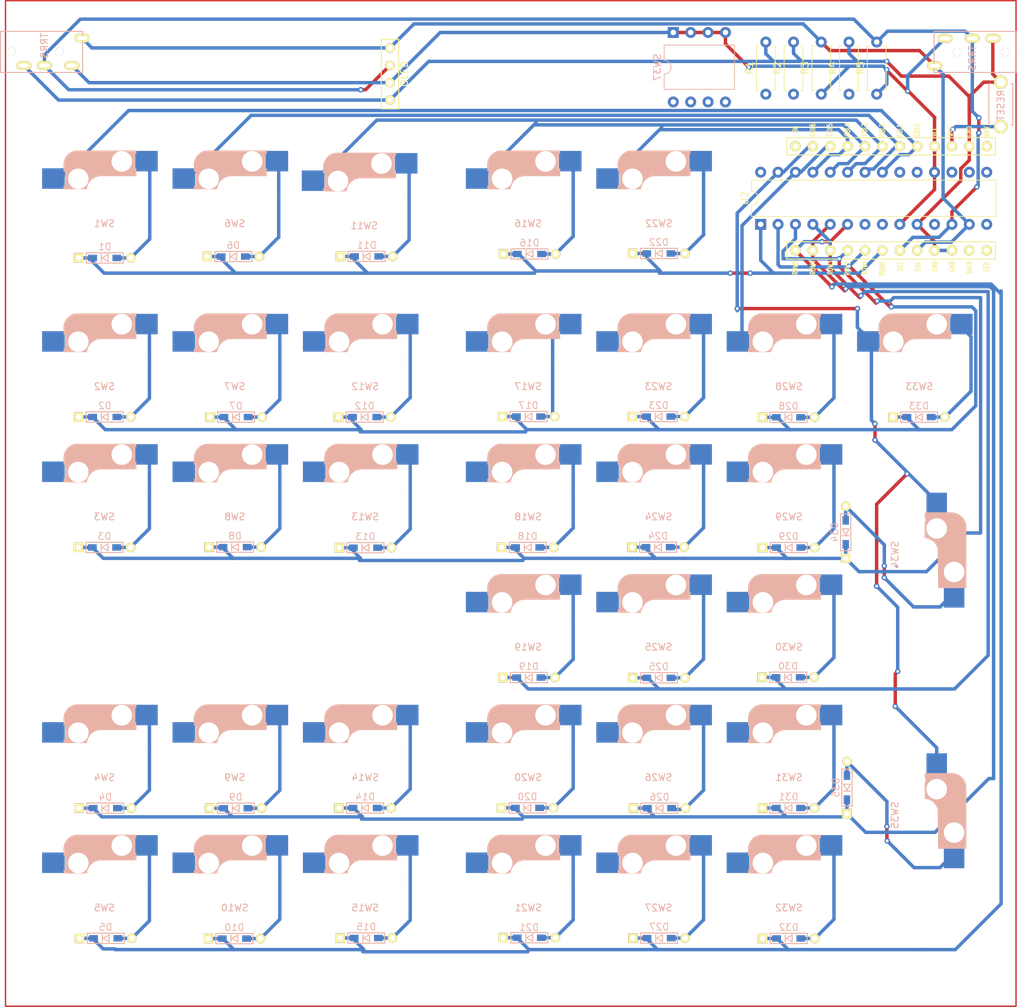
<source format=kicad_pcb>
(kicad_pcb (version 20221018) (generator pcbnew)
  (layers (0 "F.Cu" signal) (31 "B.Cu" signal) (34 "B.Paste" user) (35 "F.Paste" user) (36 "B.SilkS" user "B.Silkscreen") (37 "F.SilkS" user "F.Silkscreen") (38 "B.Mask" user) (39 "F.Mask" user) (44 "Edge.Cuts" user))
  (net 0 "")
  (net 1 "Net-(D1-A)")
  (net 2 "Row0")
  (net 3 "Net-(D2-A)")
  (net 4 "Row1")
  (net 5 "Net-(D3-A)")
  (net 6 "Row2")
  (net 7 "Net-(D4-A)")
  (net 8 "Row4")
  (net 9 "Net-(D5-A)")
  (net 10 "Row5")
  (net 11 "Net-(D6-A)")
  (net 12 "Net-(D7-A)")
  (net 13 "Net-(D8-A)")
  (net 14 "Net-(D9-A)")
  (net 15 "Net-(D10-A)")
  (net 16 "Net-(D11-A)")
  (net 17 "Net-(D12-A)")
  (net 18 "Net-(D13-A)")
  (net 19 "Net-(D14-A)")
  (net 20 "Net-(D15-A)")
  (net 21 "Net-(D16-A)")
  (net 22 "Net-(D17-A)")
  (net 23 "Net-(D18-A)")
  (net 24 "Net-(D19-A)")
  (net 25 "Row3")
  (net 26 "Net-(D20-A)")
  (net 27 "Net-(D21-A)")
  (net 28 "Net-(D22-A)")
  (net 29 "Net-(D23-A)")
  (net 30 "Net-(D24-A)")
  (net 31 "Net-(D25-A)")
  (net 32 "Net-(D26-A)")
  (net 33 "Net-(D27-A)")
  (net 34 "Net-(D28-A)")
  (net 35 "Net-(D29-A)")
  (net 36 "Net-(D30-A)")
  (net 37 "Net-(D31-A)")
  (net 38 "Net-(D32-A)")
  (net 39 "Net-(D33-A)")
  (net 40 "Net-(D34-A)")
  (net 41 "Net-(D35-A)")
  (net 48 "VCC")
  (net 49 "SDA")
  (net 50 "GND")
  (net 51 "SCL")
  (net 52 "LED")
  (net 53 "Net-(U2-A2)")
  (net 54 "Net-(U2-A1)")
  (net 55 "Net-(U2-A0)")
  (net 56 "Col0")
  (net 57 "Col1")
  (net 58 "Col2")
  (net 59 "Col3")
  (net 60 "Col4")
  (net 61 "Col5")
  (net 62 "Col6")
  (net 63 "Reset")
  (footprint "kbd_SW:CherryMX_Hotswap_1u" (layer "F.Cu") (at 45.24375 138.1125)
    (fp_text reference "SW4")
    (fp_text value "SW_PUSH" hide)
  )
  (footprint "kbd_Parts:Diode_TH_SMD" (layer "F.Cu") (at 64.43875 146.6125)
    (fp_text reference "D9")
    (fp_text value "D" hide)
  )
  (footprint "kbd_SW:CherryMX_Hotswap_1u" (layer "F.Cu") (at 83.185 57.4675)
    (fp_text reference "SW11")
    (fp_text value "SW_PUSH" hide)
  )
  (footprint "kbd_Parts:Diode_TH_SMD" (layer "F.Cu") (at 126.34875 146.6025)
    (fp_text reference "D26")
    (fp_text value "D" hide)
  )
  (footprint "kbd_SW:CherryMX_Hotswap_1u" (layer "F.Cu") (at 107.15625 80.9625)
    (fp_text reference "SW17")
    (fp_text value "SW_PUSH" hide)
  )
  (footprint "kbd_SW:CherryMX_Hotswap_1u" (layer "F.Cu") (at 64.29375 80.9625)
    (fp_text reference "SW7")
    (fp_text value "SW_PUSH" hide)
  )
  (footprint "kbd_Parts:Diode_TH_SMD" (layer "F.Cu") (at 145.18875 146.5825)
    (fp_text reference "D31")
    (fp_text value "D" hide)
  )
  (footprint "kbd_Parts:Diode_TH_SMD" (layer "F.Cu") (at 64.47875 89.4425)
    (fp_text reference "D7")
    (fp_text value "D" hide)
  )
  (footprint "Resistor_THT:R_Axial_DIN0207_L6.3mm_D2.5mm_P7.62mm_Horizontal" (layer "F.Cu") (at 154.03 42.24 90)
    (fp_text reference "R4")
    (fp_text value "R")
  )
  (footprint "kbd_Parts:Diode_TH_SMD" (layer "F.Cu") (at 126.13875 108.4525)
    (fp_text reference "D24")
    (fp_text value "D" hide)
  )
  (footprint "kbd_SW:CherryMX_Hotswap_1u" (layer "F.Cu") (at 126.20625 57.15)
    (fp_text reference "SW22")
    (fp_text value "SW_PUSH" hide)
  )
  (footprint "kbd_SW:CherryMX_Hotswap_1u" (layer "F.Cu") (at 45.24375 80.9625)
    (fp_text reference "SW2")
    (fp_text value "SW_PUSH" hide)
  )
  (footprint "kbd_Parts:Diode_TH_SMD" (layer "F.Cu") (at 164.25875 89.4425)
    (fp_text reference "D33")
    (fp_text value "D" hide)
  )
  (footprint "kbd_SW:CherryMX_Hotswap_1u" (layer "F.Cu") (at 107.15625 100.0125)
    (fp_text reference "SW18")
    (fp_text value "SW_PUSH" hide)
  )
  (footprint "kbd_Parts:Diode_TH_SMD" (layer "F.Cu") (at 107.20875 89.3625)
    (fp_text reference "D17")
    (fp_text value "D" hide)
  )
  (footprint "kbd_Parts:Diode_TH_SMD" (layer "F.Cu") (at 83.50875 165.5825)
    (fp_text reference "D15")
    (fp_text value "D" hide)
  )
  (footprint "Resistor_THT:R_Axial_DIN0207_L6.3mm_D2.5mm_P7.62mm_Horizontal" (layer "F.Cu") (at 149.98 42.24 90)
    (fp_text reference "R3")
    (fp_text value "R")
  )
  (footprint "kbd_SW:CherryMX_Hotswap_1u" (layer "F.Cu") (at 83.34375 157.1625)
    (fp_text reference "SW15")
    (fp_text value "SW_PUSH" hide)
  )
  (footprint "kbd_SW:CherryMX_Hotswap_1u" (layer "F.Cu") (at 126.20625 119.0625)
    (fp_text reference "SW25")
    (fp_text value "SW_PUSH" hide)
  )
  (footprint "kbd_Parts:Diode_TH_SMD" (layer "F.Cu") (at 126.22875 89.3625)
    (fp_text reference "D23")
    (fp_text value "D" hide)
  )
  (footprint "kbd_SW:CherryMX_Hotswap_1u" (layer "F.Cu") (at 64.29375 57.15)
    (fp_text reference "SW6")
    (fp_text value "SW_PUSH" hide)
  )
  (footprint "kbd_SW:CherryMX_Hotswap_1u" (layer "F.Cu") (at 145.25625 100.0125)
    (fp_text reference "SW29")
    (fp_text value "SW_PUSH" hide)
  )
  (footprint "kbd_SW:CherryMX_Hotswap_2u" (layer "F.Cu") (at 164.30625 147.6375 -90)
    (fp_text reference "SW35")
    (fp_text value "SW_PUSH" hide)
  )
  (footprint "kbd:ProMicro_v2_1side" (layer "F.Cu") (at 159.67075 57.4225 -90)
    (fp_text reference "U1" hide)
    (fp_text value "ProMicro" hide)
  )
  (footprint "kbd_SW:CherryMX_Hotswap_1u" (layer "F.Cu") (at 45.24375 100.0125)
    (fp_text reference "SW3")
    (fp_text value "SW_PUSH" hide)
  )
  (footprint "kbd_Parts:Diode_TH_SMD" (layer "F.Cu") (at 45.29875 89.4225)
    (fp_text reference "D2")
    (fp_text value "D" hide)
  )
  (footprint "kbd_Parts:Diode_TH_SMD" (layer "F.Cu") (at 45.43875 165.6325)
    (fp_text reference "D5")
    (fp_text value "D" hide)
  )
  (footprint "kbd_Parts:Diode_TH_SMD" (layer "F.Cu") (at 126.24875 65.5225)
    (fp_text reference "D22")
    (fp_text value "D" hide)
  )
  (footprint "kbd_Parts:Diode_TH_SMD" (layer "F.Cu") (at 107.31875 165.5425)
    (fp_text reference "D21")
    (fp_text value "D" hide)
  )
  (footprint "kbd_SW:CherryMX_Hotswap_1u" (layer "F.Cu") (at 64.29375 100.0125)
    (fp_text reference "SW8")
    (fp_text value "SW_PUSH" hide)
  )
  (footprint "kbd_SW:CherryMX_Hotswap_1u" (layer "F.Cu") (at 107.15625 157.1625)
    (fp_text reference "SW21")
    (fp_text value "SW_PUSH" hide)
  )
  (footprint "kbd_SW:CherryMX_Hotswap_1u" (layer "F.Cu") (at 126.20625 138.1125)
    (fp_text reference "SW26")
    (fp_text value "SW_PUSH" hide)
  )
  (footprint "kbd_SW:CherryMX_Hotswap_1u" (layer "F.Cu") (at 126.20625 100.0125)
    (fp_text reference "SW24")
    (fp_text value "SW_PUSH" hide)
  )
  (footprint "kbd_SW:CherryMX_Hotswap_1u" (layer "F.Cu") (at 83.34375 80.9625)
    (fp_text reference "SW12")
    (fp_text value "SW_PUSH" hide)
  )
  (footprint "kbd_Parts:Diode_TH_SMD" (layer "F.Cu") (at 45.25875 108.4925)
    (fp_text reference "D3")
    (fp_text value "D" hide)
  )
  (footprint "kbd_SW:CherryMX_Hotswap_1u" (layer "F.Cu") (at 145.25625 119.0625)
    (fp_text reference "SW30")
    (fp_text value "SW_PUSH" hide)
  )
  (footprint "kbd_Parts:Diode_TH_SMD" (layer "F.Cu") (at 83.38875 108.5325)
    (fp_text reference "D13")
    (fp_text value "D" hide)
  )
  (footprint "kbd_SW:CherryMX_Hotswap_1u" (layer "F.Cu") (at 107.15625 119.0625)
    (fp_text reference "SW19")
    (fp_text value "SW_PUSH" hide)
  )
  (footprint "kbd_Parts:Diode_TH_SMD" (layer "F.Cu") (at 45.295 66.18)
    (fp_text reference "D1")
    (fp_text value "D" hide)
  )
  (footprint "Package_DIP:DIP-28_W7.62mm" (layer "F.Cu") (at 141.12875 61.2675 90)
    (fp_text reference "U2")
    (fp_text value "MCP23017_SP")
  )
  (footprint "kbd_Parts:Diode_TH_SMD" (layer "F.Cu") (at 64.33875 108.4525)
    (fp_text reference "D8")
    (fp_text value "D" hide)
  )
  (footprint "kbd_Parts:Diode_TH_SMD" (layer "F.Cu") (at 83.56 65.95)
    (fp_text reference "D11")
    (fp_text value "D" hide)
  )
  (footprint "kbd_Parts:Diode_TH_SMD" (layer "F.Cu") (at 126.24875 127.5525)
    (fp_text reference "D25")
    (fp_text value "D" hide)
  )
  (footprint "kbd_Parts:Diode_TH_SMD" (layer "F.Cu") (at 107.05875 146.5625)
    (fp_text reference "D20")
    (fp_text value "D" hide)
  )
  (footprint "kbd_Parts:Diode_TH_SMD" (layer "F.Cu") (at 153.73 143.605 90)
    (fp_text reference "D35")
    (fp_text value "D" hide)
  )
  (footprint "kbd_SW:CherryMX_Hotswap_1u" (layer "F.Cu") (at 126.20625 157.1625)
    (fp_text reference "SW27")
    (fp_text value "SW_PUSH" hide)
  )
  (footprint "Resistor_THT:R_Axial_DIN0207_L6.3mm_D2.5mm_P7.62mm_Horizontal" (layer "F.Cu") (at 158.08 42.24 90)
    (fp_text reference "R5")
    (fp_text value "R")
  )
  (footprint "kbd_Parts:OLED" (layer "F.Cu") (at 86.97 35.480625 -90)
    (fp_text reference "OL1")
    (fp_text value "OLED" hide)
  )
  (footprint "kbd_Parts:Diode_TH_SMD" (layer "F.Cu") (at 107.25875 127.5125)
    (fp_text reference "D19")
    (fp_text value "D" hide)
  )
  (footprint "kbd_SW:CherryMX_Hotswap_2u" (layer "F.Cu") (at 164.30625 109.5375 -90)
    (fp_text reference "SW34")
    (fp_text value "SW_PUSH" hide)
  )
  (footprint "kbd_Parts:Diode_TH_SMD" (layer "F.Cu") (at 153.55 106.285 90)
    (fp_text reference "D34")
    (fp_text value "D" hide)
  )
  (footprint "Resistor_THT:R_Axial_DIN0207_L6.3mm_D2.5mm_P7.62mm_Horizontal" (layer "F.Cu") (at 141.88 42.24 90)
    (fp_text reference "R1")
    (fp_text value "R")
  )
  (footprint "kbd_Parts:Diode_TH_SMD" (layer "F.Cu") (at 126.28875 165.6025)
    (fp_text reference "D27")
    (fp_text value "D" hide)
  )
  (footprint "kbd_Parts:Diode_TH_SMD" (layer "F.Cu") (at 107.08875 108.4925)
    (fp_text reference "D18")
    (fp_text value "D" hide)
  )
  (footprint "kbd_SW:CherryMX_Hotswap_1u" (layer "F.Cu") (at 145.25625 138.1125)
    (fp_text reference "SW31")
    (fp_text value "SW_PUSH" hide)
  )
  (footprint "kbd_SW:CherryMX_Hotswap_1u" (layer "F.Cu") (at 45.24375 157.1625)
    (fp_text reference "SW5")
    (fp_text value "SW_PUSH" hide)
  )
  (footprint "kbd_Parts:Diode_TH_SMD" (layer "F.Cu") (at 145.21875 108.5125)
    (fp_text reference "D29")
    (fp_text value "D" hide)
  )
  (footprint "kbd_SW:CherryMX_Hotswap_1u" (layer "F.Cu") (at 83.34375 100.0125)
    (fp_text reference "SW13")
    (fp_text value "SW_PUSH" hide)
  )
  (footprint "kbd_Parts:Diode_TH_SMD" (layer "F.Cu") (at 145.13875 127.4725)
    (fp_text reference "D30")
    (fp_text value "D" hide)
  )
  (footprint "kbd_SW:CherryMX_Hotswap_1u" (layer "F.Cu") (at 83.34375 138.1125)
    (fp_text reference "SW14")
    (fp_text value "SW_PUSH" hide)
  )
  (footprint "kbd_SW:CherryMX_Hotswap_1u" (layer "F.Cu") (at 107.15625 57.15)
    (fp_text reference "SW16")
    (fp_text value "SW_PUSH" hide)
  )
  (footprint "kbd_SW:CherryMX_Hotswap_1u" (layer "F.Cu") (at 145.25625 157.1625)
    (fp_text reference "SW32")
    (fp_text value "SW_PUSH" hide)
  )
  (footprint "kbd_Parts:Diode_TH_SMD" (layer "F.Cu") (at 83.26875 89.4425)
    (fp_text reference "D12")
    (fp_text value "D" hide)
  )
  (footprint "kbd_Parts:ResetSW" (layer "F.Cu") (at 176.2125 43.73125 -90)
    (fp_text reference "SW36" hide)
    (fp_text value "SW_PUSH")
  )
  (footprint "kbd_SW:CherryMX_Hotswap_1u" (layer "F.Cu") (at 64.29375 157.1625)
    (fp_text reference "SW10")
    (fp_text value "SW_PUSH" hide)
  )
  (footprint "kbd_Parts:Diode_TH_SMD" (layer "F.Cu") (at 145.22375 165.6525)
    (fp_text reference "D32")
    (fp_text value "D" hide)
  )
  (footprint "kbd_SW:CherryMX_Hotswap_1u" (layer "F.Cu") (at 164.30625 80.9625)
    (fp_text reference "SW33")
    (fp_text value "SW_PUSH" hide)
  )
  (footprint "kbd_Parts:Diode_TH_SMD" (layer "F.Cu") (at 83.33875 146.5825)
    (fp_text reference "D14")
    (fp_text value "D" hide)
  )
  (footprint "kbd_Parts:TRRS_MJ-4PP-9" (layer "F.Cu") (at 172.3465 36.08125 -90)
    (fp_text reference "J2")
    (fp_text value "TRRS_MJ-4PP-9" hide)
  )
  (footprint "kbd_Parts:Diode_TH_SMD" (layer "F.Cu") (at 107.34875 65.6025)
    (fp_text reference "D16")
    (fp_text value "D" hide)
  )
  (footprint "kbd_SW:CherryMX_Hotswap_1u" (layer "F.Cu") (at 126.20625 80.9625)
    (fp_text reference "SW23")
    (fp_text value "SW_PUSH" hide)
  )
  (footprint "kbd_Parts:Diode_TH_SMD" (layer "F.Cu") (at 64.23875 165.6725)
    (fp_text reference "D10")
    (fp_text value "D" hide)
  )
  (footprint "kbd_SW:CherryMX_Hotswap_1u" (layer "F.Cu") (at 64.29375 138.1125)
    (fp_text reference "SW9")
    (fp_text value "SW_PUSH" hide)
  )
  (footprint "kbd_Parts:Diode_TH_SMD" (layer "F.Cu") (at 45.37875 146.6025)
    (fp_text reference "D4")
    (fp_text value "D" hide)
  )
  (footprint "kbd_SW:CherryMX_Hotswap_1u" (layer "F.Cu") (at 107.15625 138.1125)
    (fp_text reference "SW20")
    (fp_text value "SW_PUSH" hide)
  )
  (footprint "kbd_Parts:Diode_TH_SMD" (layer "F.Cu") (at 145.18875 89.4725)
    (fp_text reference "D28")
    (fp_text value "D" hide)
  )
  (footprint "kbd_Parts:TRRS_MJ-4PP-9" (layer "F.Cu") (at 36.18125 36.04375 90)
    (fp_text reference "J1")
    (fp_text value "TRRS_MJ-4PP-9" hide)
  )
  (footprint "kbd_SW:CherryMX_Hotswap_1u" (layer "F.Cu") (at 145.25625 80.9625)
    (fp_text reference "SW28")
    (fp_text value "SW_PUSH" hide)
  )
  (footprint "Resistor_THT:R_Axial_DIN0207_L6.3mm_D2.5mm_P7.62mm_Horizontal" (layer "F.Cu") (at 145.93 42.24 90)
    (fp_text reference "R2")
    (fp_text value "R")
  )
  (footprint "kbd_SW:CherryMX_Hotswap_1u" (layer "F.Cu") (at 45.24375 57.15)
    (fp_text reference "SW1")
    (fp_text value "SW_PUSH" hide)
  )
  (footprint "kbd_Parts:Diode_TH_SMD" (layer "F.Cu") (at 64.075 65.97)
    (fp_text reference "D6")
    (fp_text value "D" hide)
  )
  (footprint "Package_DIP:DIP-8_W10.16mm" (layer "B.Cu") (at 128.36 33.22 -90)
    (fp_text reference "SW37")
    (fp_text value "SW_DIP_x04")
  )
  (gr_rect (start 30.7975 28.575) (end 178.435 175.5575) (stroke (width 0.2)) (fill none) (layer "F.Cu"))
  (segment (start 50.995 52.5775) (end 51.875 53.4575) (width 0.5) (layer "B.Cu") (net 1))
  (segment (start 51.875 53.4575) (end 51.875 63.41) (width 0.5) (layer "B.Cu") (net 1))
  (segment (start 51.875 63.41) (end 49.105 66.18) (width 0.5) (layer "B.Cu") (net 1))
  (segment (start 49.105 66.18) (end 47.07 66.18) (width 0.5) (layer "B.Cu") (net 1))
  (segment (start 139.6 68.4) (end 136.7 68.4) (width 0.5) (layer "F.Cu") (net 2))
  (via (at 136.7 68.4) (size 0.8) (drill 0.4) (layers "F.Cu" "B.Cu") (net 2))
  (via (at 139.6 68.4) (size 0.8) (drill 0.4) (layers "F.Cu" "B.Cu") (net 2))
  (segment (start 143 68.4) (end 139.6 68.4) (width 0.5) (layer "B.Cu") (net 2))
  (segment (start 124.47375 65.5225) (end 124.47375 66.0975) (width 0.5) (layer "B.Cu") (net 2))
  (segment (start 155.58765 68.4) (end 143 68.4) (width 0.5) (layer "B.Cu") (net 2))
  (segment (start 141.12875 66.52875) (end 141.12875 61.2675) (width 0.5) (layer "B.Cu") (net 2))
  (segment (start 79.75 65.95) (end 81.785 65.95) (width 0.5) (layer "B.Cu") (net 2))
  (segment (start 103.53875 65.6025) (end 105.57375 65.6025) (width 0.5) (layer "B.Cu") (net 2))
  (segment (start 45.2 68.4) (end 43.52 66.72) (width 0.5) (layer "B.Cu") (net 2))
  (segment (start 64.4 68.4) (end 45.2 68.4) (width 0.5) (layer "B.Cu") (net 2))
  (segment (start 41.485 66.18) (end 43.52 66.18) (width 0.5) (layer "B.Cu") (net 2))
  (segment (start 124.47375 66.0975) (end 126.45875 68.0825) (width 0.5) (layer "B.Cu") (net 2))
  (segment (start 158.90875 65.0789) (end 155.58765 68.4) (width 0.5) (layer "B.Cu") (net 2))
  (segment (start 143 68.4) (end 141.12875 66.52875) (width 0.5) (layer "B.Cu") (net 2))
  (segment (start 83.7 68.4) (end 64.4 68.4) (width 0.5) (layer "B.Cu") (net 2))
  (segment (start 108.1 68.4) (end 83.7 68.4) (width 0.5) (layer "B.Cu") (net 2))
  (segment (start 81.785 65.95) (end 81.785 66.485) (width 0.5) (layer "B.Cu") (net 2))
  (segment (start 105.57375 65.6025) (end 105.77875 65.6025) (width 0.5) (layer "B.Cu") (net 2))
  (segment (start 81.785 66.485) (end 83.7 68.4) (width 0.5) (layer "B.Cu") (net 2))
  (segment (start 60.265 65.97) (end 62.3 65.97) (width 0.5) (layer "B.Cu") (net 2))
  (segment (start 62.3 66.3) (end 64.4 68.4) (width 0.5) (layer "B.Cu") (net 2))
  (segment (start 105.77875 65.6025) (end 108.25875 68.0825) (width 0.5) (layer "B.Cu") (net 2))
  (segment (start 62.3 65.97) (end 62.3 66.3) (width 0.5) (layer "B.Cu") (net 2))
  (segment (start 43.52 66.72) (end 43.52 66.18) (width 0.5) (layer "B.Cu") (net 2))
  (segment (start 122.43875 65.5225) (end 124.47375 65.5225) (width 0.5) (layer "B.Cu") (net 2))
  (segment (start 136.7 68.4) (end 126.3 68.4) (width 0.5) (layer "B.Cu") (net 2))
  (segment (start 126.45875 68.0825) (end 108.25875 68.0825) (width 0.5) (layer "B.Cu") (net 2))
  (segment (start 51.82375 86.7075) (end 49.10875 89.4225) (width 0.5) (layer "B.Cu") (net 3))
  (segment (start 47.07375 89.4225) (end 49.10875 89.4225) (width 0.5) (layer "B.Cu") (net 3))
  (segment (start 50.94375 75.8425) (end 51.82375 76.7225) (width 0.5) (layer "B.Cu") (net 3))
  (segment (start 51.82375 76.7225) (end 51.82375 86.7075) (width 0.5) (layer "B.Cu") (net 3))
  (segment (start 160.15875 72.9825) (end 160.15875 73.248903) (width 0.5) (layer "F.Cu") (net 4))
  (segment (start 160.15875 73.248903) (end 160.225351 73.315504) (width 0.5) (layer "F.Cu") (net 4))
  (segment (start 154.073825 67.373825) (end 160 73.3) (width 0.5) (layer "F.Cu") (net 4))
  (via (at 154.073825 67.373825) (size 0.8) (drill 0.4) (layers "F.Cu" "B.Cu") (net 4))
  (via (at 160.225351 73.315504) (size 0.8) (drill 0.4) (layers "F.Cu" "B.Cu") (net 4))
  (via (at 160.225351 73.315504) (size 0.8) (drill 0.4) (layers "F.Cu" "B.Cu") (net 4))
  (segment (start 62.70375 89.5275) (end 64.45875 91.2825) (width 0.5) (layer "B.Cu") (net 4))
  (segment (start 143.66875 67.16875) (end 143.66875 61.2675) (width 0.5) (layer "B.Cu") (net 4))
  (segment (start 160.208355 73.3325) (end 171.99625 73.3325) (width 0.5) (layer "B.Cu") (net 4))
  (segment (start 79.45875 89.4425) (end 81.49375 89.4425) (width 0.5) (layer "B.Cu") (net 4))
  (segment (start 81.49375 89.4425) (end 81.49375 90.0175) (width 0.5) (layer "B.Cu") (net 4))
  (segment (start 160.225351 73.315504) (end 160.208355 73.3325) (width 0.5) (layer "B.Cu") (net 4))
  (segment (start 43.52375 89.4225) (end 41.48875 89.4225) (width 0.5) (layer "B.Cu") (net 4))
  (segment (start 105.43375 89.3625) (end 105.43375 89.7575) (width 0.5) (layer "B.Cu") (net 4))
  (segment (start 162.48375 89.5075) (end 164.25875 91.2825) (width 0.5) (layer "B.Cu") (net 4))
  (segment (start 169.05875 91.2825) (end 164.25875 91.2825) (width 0.5) (layer "B.Cu") (net 4))
  (segment (start 153.94765 67.5) (end 144 67.5) (width 0.5) (layer "B.Cu") (net 4))
  (segment (start 122.41875 89.3625) (end 124.45375 89.3625) (width 0.5) (layer "B.Cu") (net 4))
  (segment (start 106.8 91.6) (end 82.6 91.6) (width 0.5) (layer "B.Cu") (net 4))
  (segment (start 143.41375 89.4725) (end 143.54875 89.4725) (width 0.5) (layer "B.Cu") (net 4))
  (segment (start 126.25875 91.2825) (end 106.95875 91.2825) (width 0.5) (layer "B.Cu") (net 4))
  (segment (start 105.43375 89.7575) (end 106.95875 91.2825) (width 0.5) (layer "B.Cu") (net 4))
  (segment (start 172.55625 87.785) (end 169.05875 91.2825) (width 0.5) (layer "B.Cu") (net 4))
  (segment (start 81.49375 90.0175) (end 82.75875 91.2825) (width 0.5) (layer "B.Cu") (net 4))
  (segment (start 162.48375 89.4425) (end 160.44875 89.4425) (width 0.5) (layer "B.Cu") (net 4))
  (segment (start 143.54875 89.4725) (end 145.35875 91.2825) (width 0.5) (layer "B.Cu") (net 4))
  (segment (start 162.48375 89.4425) (end 162.48375 89.5075) (width 0.5) (layer "B.Cu") (net 4))
  (segment (start 64.45875 91.2825) (end 45.38375 91.2825) (width 0.5) (layer "B.Cu") (net 4))
  (segment (start 60.66875 89.4425) (end 62.70375 89.4425) (width 0.5) (layer "B.Cu") (net 4))
  (segment (start 164.25875 91.2825) (end 145.35875 91.2825) (width 0.5) (layer "B.Cu") (net 4))
  (segment (start 141.37875 89.4725) (end 143.41375 89.4725) (width 0.5) (layer "B.Cu") (net 4))
  (segment (start 62.70375 89.4425) (end 62.70375 89.5275) (width 0.5) (layer "B.Cu") (net 4))
  (segment (start 144 67.5) (end 143.66875 67.16875) (width 0.5) (layer "B.Cu") (net 4))
  (segment (start 124.45375 89.3625) (end 124.45375 89.4775) (width 0.5) (layer "B.Cu") (net 4))
  (segment (start 103.39875 89.3625) (end 105.43375 89.3625) (width 0.5) (layer "B.Cu") (net 4))
  (segment (start 124.45375 89.4775) (end 126.25875 91.2825) (width 0.5) (layer "B.Cu") (net 4))
  (segment (start 156.36875 65.0789) (end 153.94765 67.5) (width 0.5) (layer "B.Cu") (net 4))
  (segment (start 172.55625 73.8925) (end 172.55625 87.785) (width 0.5) (layer "B.Cu") (net 4))
  (segment (start 82.75875 91.2825) (end 64.45875 91.2825) (width 0.5) (layer "B.Cu") (net 4))
  (segment (start 45.38375 91.2825) (end 43.52375 89.4225) (width 0.5) (layer "B.Cu") (net 4))
  (segment (start 171.99625 73.3325) (end 172.55625 73.8925) (width 0.5) (layer "B.Cu") (net 4))
  (segment (start 145.35875 91.2825) (end 126.25875 91.2825) (width 0.5) (layer "B.Cu") (net 4))
  (segment (start 51.82375 105.7375) (end 49.06875 108.4925) (width 0.5) (layer "B.Cu") (net 5))
  (segment (start 47.03375 108.4925) (end 49.06875 108.4925) (width 0.5) (layer "B.Cu") (net 5))
  (segment (start 50.94375 94.8925) (end 51.82375 95.7725) (width 0.5) (layer "B.Cu") (net 5))
  (segment (start 51.82375 95.7725) (end 51.82375 105.7375) (width 0.5) (layer "B.Cu") (net 5))
  (segment (start 152.60765 67.40765) (end 158 72.8) (width 0.5) (layer "F.Cu") (net 6))
  (segment (start 152.60765 66.3) (end 152.60765 67.40765) (width 0.5) (layer "F.Cu") (net 6))
  (via (at 158.15875 72.4825) (size 0.8) (drill 0.4) (layers "F.Cu" "B.Cu") (net 6))
  (via (at 152.60765 66.3) (size 0.8) (drill 0.4) (layers "F.Cu" "B.Cu") (net 6))
  (segment (start 143.44375 108.5125) (end 143.44375 108.5675) (width 0.5) (layer "B.Cu") (net 6))
  (segment (start 81.61375 108.5325) (end 81.61375 109.0375) (width 0.5) (layer "B.Cu") (net 6))
  (segment (start 144.4 66.3) (end 144.4 65.173623) (width 0.5) (layer "B.Cu") (net 6))
  (segment (start 152.60765 66.3) (end 144.4 66.3) (width 0.5) (layer "B.Cu") (net 6))
  (segment (start 146.20875 63.364873) (end 146.20875 61.2675) (width 0.5) (layer "B.Cu") (net 6))
  (segment (start 144.4 65.173623) (end 146.20875 63.364873) (width 0.5) (layer "B.Cu") (net 6))
  (segment (start 170.996784 106.3825) (end 165.341784 112.0375) (width 0.5) (layer "B.Cu") (net 6))
  (segment (start 125.75875 110.0825) (end 106.55875 110.0825) (width 0.5) (layer "B.Cu") (net 6))
  (segment (start 106.4 110.4) (end 82.5 110.4) (width 0.5) (layer "B.Cu") (net 6))
  (segment (start 105.31375 108.4925) (end 105.31375 108.8375) (width 0.5) (layer "B.Cu") (net 6))
  (segment (start 153.82875 65.0789) (end 152.60765 66.3) (width 0.5) (layer "B.Cu") (net 6))
  (segment (start 124.36375 108.4525) (end 124.36375 108.6875) (width 0.5) (layer "B.Cu") (net 6))
  (segment (start 105.31375 108.8375) (end 106.55875 110.0825) (width 0.5) (layer "B.Cu") (net 6))
  (segment (start 62.56375 108.5875) (end 64.05875 110.0825) (width 0.5) (layer "B.Cu") (net 6))
  (segment (start 103.27875 108.4925) (end 105.31375 108.4925) (width 0.5) (layer "B.Cu") (net 6))
  (segment (start 153.55 108.06) (end 153.55 110.095) (width 0.5) (layer "B.Cu") (net 6))
  (segment (start 144.97125 110.095) (end 144.95875 110.0825) (width 0.25) (layer "B.Cu") (net 6))
  (segment (start 173.25875 71.9825) (end 173.25875 106.3825) (width 0.5) (layer "B.Cu") (net 6))
  (segment (start 165.341784 112.0375) (end 155.4925 112.0375) (width 0.5) (layer "B.Cu") (net 6))
  (segment (start 173.25875 106.3825) (end 170.996784 106.3825) (width 0.5) (layer "B.Cu") (net 6))
  (segment (start 153.55 110.095) (end 144.97125 110.095) (width 0.5) (layer "B.Cu") (net 6))
  (segment (start 144.97125 110.095) (end 144.763125 109.886875) (width 0.5) (layer "B.Cu") (net 6))
  (segment (start 160.55875 71.9825) (end 173.25875 71.9825) (width 0.5) (layer "B.Cu") (net 6))
  (segment (start 41.44875 108.4925) (end 43.48375 108.4925) (width 0.5) (layer "B.Cu") (net 6))
  (segment (start 144.95875 110.0825) (end 125.75875 110.0825) (width 0.5) (layer "B.Cu") (net 6))
  (segment (start 62.56375 108.4525) (end 62.56375 108.5875) (width 0.5) (layer "B.Cu") (net 6))
  (segment (start 124.36375 108.6875) (end 125.75875 110.0825) (width 0.5) (layer "B.Cu") (net 6))
  (segment (start 79.57875 108.5325) (end 81.61375 108.5325) (width 0.5) (layer "B.Cu") (net 6))
  (segment (start 82.65875 110.0825) (end 64.05875 110.0825) (width 0.5) (layer "B.Cu") (net 6))
  (segment (start 144.763125 109.886875) (end 144.95875 110.0825) (width 0.5) (layer "B.Cu") (net 6))
  (segment (start 141.40875 108.5125) (end 143.44375 108.5125) (width 0.5) (layer "B.Cu") (net 6))
  (segment (start 155.4925 112.0375) (end 153.55 110.095) (width 0.5) (layer "B.Cu") (net 6))
  (segment (start 143.44375 108.5675) (end 144.763125 109.886875) (width 0.5) (layer "B.Cu") (net 6))
  (segment (start 81.61375 109.0375) (end 82.65875 110.0825) (width 0.5) (layer "B.Cu") (net 6))
  (segment (start 64.05875 110.0825) (end 45.07375 110.0825) (width 0.5) (layer "B.Cu") (net 6))
  (segment (start 160.05875 72.4825) (end 160.55875 71.9825) (width 0.5) (layer "B.Cu") (net 6))
  (segment (start 60.52875 108.4525) (end 62.56375 108.4525) (width 0.5) (layer "B.Cu") (net 6))
  (segment (start 158.15875 72.4825) (end 160.05875 72.4825) (width 0.5) (layer "B.Cu") (net 6))
  (segment (start 45.07375 110.0825) (end 43.48375 108.4925) (width 0.5) (layer "B.Cu") (net 6))
  (segment (start 122.32875 108.4525) (end 124.36375 108.4525) (width 0.5) (layer "B.Cu") (net 6))
  (segment (start 47.15375 146.6025) (end 49.18875 146.6025) (width 0.5) (layer "B.Cu") (net 7))
  (segment (start 51.82375 133.8725) (end 51.82375 143.9675) (width 0.5) (layer "B.Cu") (net 7))
  (segment (start 51.82375 143.9675) (end 49.18875 146.6025) (width 0.5) (layer "B.Cu") (net 7))
  (segment (start 50.94375 132.9925) (end 51.82375 133.8725) (width 0.5) (layer "B.Cu") (net 7))
  (segment (start 148.74875 65.0789) (end 148.74875 66.34875) (width 0.5) (layer "F.Cu") (net 8))
  (segment (start 148.74875 66.34875) (end 153.4 71) (width 0.5) (layer "F.Cu") (net 8))
  (segment (start 153.55875 70.6825) (end 153.558062 70.683188) (width 0.5) (layer "F.Cu") (net 8))
  (segment (start 148.74875 63.8075) (end 151.28875 61.2675) (width 0.5) (layer "F.Cu") (net 8))
  (segment (start 148.74875 65.0789) (end 148.74875 63.8075) (width 0.5) (layer "F.Cu") (net 8))
  (via (at 153.558062 70.683188) (size 0.8) (drill 0.4) (layers "F.Cu" "B.Cu") (net 8))
  (segment (start 125.65875 147.8825) (end 106.45875 147.8825) (width 0.5) (layer "B.Cu") (net 8))
  (segment (start 153.85875 70.3825) (end 174.65875 70.3825) (width 0.5) (layer "B.Cu") (net 8))
  (segment (start 44.88375 147.8825) (end 43.60375 146.6025) (width 0.5) (layer "B.Cu") (net 8))
  (segment (start 153.558062 70.683188) (end 153.85875 70.3825) (width 0.5) (layer "B.Cu") (net 8))
  (segment (start 174.452823 142.2825) (end 166.597823 150.1375) (width 0.5) (layer "B.Cu") (net 8))
  (segment (start 144.85875 147.8825) (end 125.65875 147.8825) (width 0.5) (layer "B.Cu") (net 8))
  (segment (start 156.4525 150.1375) (end 153.73 147.415) (width 0.5) (layer "B.Cu") (net 8))
  (segment (start 175.15875 70.8825) (end 175.15875 142.2825) (width 0.5) (layer "B.Cu") (net 8))
  (segment (start 166.597823 150.1375) (end 156.4525 150.1375) (width 0.5) (layer "B.Cu") (net 8))
  (segment (start 63.95875 147.8825) (end 44.88375 147.8825) (width 0.5) (layer "B.Cu") (net 8))
  (segment (start 124.57375 146.7975) (end 125.65875 147.8825) (width 0.5) (layer "B.Cu") (net 8))
  (segment (start 174.65875 70.3825) (end 175.15875 70.8825) (width 0.5) (layer "B.Cu") (net 8))
  (segment (start 124.57375 146.6025) (end 124.57375 146.7975) (width 0.5) (layer "B.Cu") (net 8))
  (segment (start 141.37875 146.5825) (end 143.41375 146.5825) (width 0.5) (layer "B.Cu") (net 8))
  (segment (start 144.85875 147.8825) (end 153.2625 147.8825) (width 0.5) (layer "B.Cu") (net 8))
  (segment (start 79.52875 146.5825) (end 81.56375 146.5825) (width 0.5) (layer "B.Cu") (net 8))
  (segment (start 153.73 145.38) (end 153.73 147.415) (width 0.5) (layer "B.Cu") (net 8))
  (segment (start 41.56875 146.6025) (end 43.60375 146.6025) (width 0.5) (layer "B.Cu") (net 8))
  (segment (start 122.53875 146.6025) (end 124.57375 146.6025) (width 0.5) (layer "B.Cu") (net 8))
  (segment (start 153.2625 147.8825) (end 153.73 147.415) (width 0.5) (layer "B.Cu") (net 8))
  (segment (start 60.62875 146.6125) (end 62.66375 146.6125) (width 0.5) (layer "B.Cu") (net 8))
  (segment (start 81.56375 146.5825) (end 81.65875 146.5825) (width 0.5) (layer "B.Cu") (net 8))
  (segment (start 82.95875 147.8825) (end 63.95875 147.8825) (width 0.5) (layer "B.Cu") (net 8))
  (segment (start 175.15875 142.2825) (end 174.452823 142.2825) (width 0.5) (layer "B.Cu") (net 8))
  (segment (start 105.28375 146.7075) (end 106.45875 147.8825) (width 0.5) (layer "B.Cu") (net 8))
  (segment (start 103.24875 146.5625) (end 105.28375 146.5625) (width 0.5) (layer "B.Cu") (net 8))
  (segment (start 62.66375 146.6125) (end 62.68875 146.6125) (width 0.5) (layer "B.Cu") (net 8))
  (segment (start 62.68875 146.6125) (end 63.95875 147.8825) (width 0.5) (layer "B.Cu") (net 8))
  (segment (start 105.28375 146.5625) (end 105.28375 146.7075) (width 0.5) (layer "B.Cu") (net 8))
  (segment (start 106.3 148.2) (end 82.8 148.2) (width 0.5) (layer "B.Cu") (net 8))
  (segment (start 81.65875 146.5825) (end 82.95875 147.8825) (width 0.5) (layer "B.Cu") (net 8))
  (segment (start 143.55875 146.5825) (end 144.85875 147.8825) (width 0.5) (layer "B.Cu") (net 8))
  (segment (start 143.41375 146.5825) (end 143.55875 146.5825) (width 0.5) (layer "B.Cu") (net 8))
  (segment (start 50.94375 152.0425) (end 51.82375 152.9225) (width 0.5) (layer "B.Cu") (net 9))
  (segment (start 51.82375 152.9225) (end 51.82375 163.0575) (width 0.5) (layer "B.Cu") (net 9))
  (segment (start 47.21375 165.6325) (end 49.24875 165.6325) (width 0.5) (layer "B.Cu") (net 9))
  (segment (start 51.82375 163.0575) (end 49.24875 165.6325) (width 0.5) (layer "B.Cu") (net 9))
  (segment (start 150.1 63.8) (end 150.089937 63.810063) (width 0.5) (layer "F.Cu") (net 10))
  (segment (start 153.82875 61.2675) (end 151.29625 63.8) (width 0.5) (layer "F.Cu") (net 10))
  (segment (start 146.20875 65.0789) (end 151.52985 70.4) (width 0.5) (layer "F.Cu") (net 10))
  (segment (start 151.75875 70.0825) (end 151.6886 70.0825) (width 0.5) (layer "F.Cu") (net 10))
  (segment (start 151.29625 63.8) (end 150.1 63.8) (width 0.5) (layer "F.Cu") (net 10))
  (via (at 150.089937 63.810063) (size 0.8) (drill 0.4) (layers "F.Cu" "B.Cu") (net 10))
  (via (at 151.52985 70.4) (size 0.8) (drill 0.4) (layers "F.Cu" "B.Cu") (net 10))
  (segment (start 145.15875 167.2825) (end 126.05875 167.2825) (width 0.5) (layer "B.Cu") (net 10))
  (segment (start 164.45875 167.2825) (end 145.15875 167.2825) (width 0.5) (layer "B.Cu") (net 10))
  (segment (start 105.54375 165.5675) (end 107.25875 167.2825) (width 0.5) (layer "B.Cu") (net 10))
  (segment (start 64.15875 167.2825) (end 46.83875 167.2825) (width 0.5) (layer "B.Cu") (net 10))
  (segment (start 62.54875 165.6725) (end 64.15875 167.2825) (width 0.5) (layer "B.Cu") (net 10))
  (segment (start 174.8 70) (end 176.1 71.3) (width 0.5) (layer "B.Cu") (net 10))
  (segment (start 81.73375 165.5825) (end 81.73375 165.8575) (width 0.5) (layer "B.Cu") (net 10))
  (segment (start 83.15875 167.2825) (end 64.15875 167.2825) (width 0.5) (layer "B.Cu") (net 10))
  (segment (start 81.73375 165.8575) (end 83.15875 167.2825) (width 0.5) (layer "B.Cu") (net 10))
  (segment (start 122.47875 165.6025) (end 124.51375 165.6025) (width 0.5) (layer "B.Cu") (net 10))
  (segment (start 147.477587 63.810063) (end 146.20875 65.0789) (width 0.5) (layer "B.Cu") (net 10))
  (segment (start 151.92985 70) (end 174.8 70) (width 0.5) (layer "B.Cu") (net 10))
  (segment (start 60.42875 165.6725) (end 62.46375 165.6725) (width 0.5) (layer "B.Cu") (net 10))
  (segment (start 126.05875 167.2825) (end 107.25875 167.2825) (width 0.5) (layer "B.Cu") (net 10))
  (segment (start 143.44875 165.6525) (end 143.52875 165.6525) (width 0.5) (layer "B.Cu") (net 10))
  (segment (start 124.51375 165.6025) (end 124.51375 165.7375) (width 0.5) (layer "B.Cu") (net 10))
  (segment (start 150.089937 63.810063) (end 147.477587 63.810063) (width 0.5) (layer "B.Cu") (net 10))
  (segment (start 81.73375 165.5825) (end 79.69875 165.5825) (width 0.5) (layer "B.Cu") (net 10))
  (segment (start 107.1 167.6) (end 83 167.6) (width 0.5) (layer "B.Cu") (net 10))
  (segment (start 43.66375 165.7875) (end 43.66375 165.6325) (width 0.5) (layer "B.Cu") (net 10))
  (segment (start 176.25875 160.5825) (end 169.55875 167.2825) (width 0.5) (layer "B.Cu") (net 10))
  (segment (start 169.55875 167.2825) (end 164.45875 167.2825) (width 0.5) (layer "B.Cu") (net 10))
  (segment (start 62.46375 165.6725) (end 62.54875 165.6725) (width 0.5) (layer "B.Cu") (net 10))
  (segment (start 46.83875 167.2825) (end 46.73875 167.1825) (width 0.5) (layer "B.Cu") (net 10))
  (segment (start 124.51375 165.7375) (end 126.05875 167.2825) (width 0.5) (layer "B.Cu") (net 10))
  (segment (start 46.73875 167.1825) (end 45.05875 167.1825) (width 0.5) (layer "B.Cu") (net 10))
  (segment (start 45.05875 167.1825) (end 43.66375 165.7875) (width 0.5) (layer "B.Cu") (net 10))
  (segment (start 141.41375 165.6525) (end 143.44875 165.6525) (width 0.5) (layer "B.Cu") (net 10))
  (segment (start 103.50875 165.5425) (end 105.54375 165.5425) (width 0.5) (layer "B.Cu") (net 10))
  (segment (start 105.54375 165.5425) (end 105.54375 165.5675) (width 0.5) (layer "B.Cu") (net 10))
  (segment (start 151.52985 70.4) (end 151.92985 70) (width 0.5) (layer "B.Cu") (net 10))
  (segment (start 143.52875 165.6525) (end 145.15875 167.2825) (width 0.5) (layer "B.Cu") (net 10))
  (segment (start 176.25875 70.9825) (end 176.25875 160.5825) (width 0.5) (layer "B.Cu") (net 10))
  (segment (start 41.62875 165.6325) (end 43.66375 165.6325) (width 0.5) (layer "B.Cu") (net 10))
  (segment (start 70.715 53.2275) (end 70.715 63.14) (width 0.5) (layer "B.Cu") (net 11))
  (segment (start 70.715 63.14) (end 67.885 65.97) (width 0.5) (layer "B.Cu") (net 11))
  (segment (start 67.885 65.97) (end 65.85 65.97) (width 0.5) (layer "B.Cu") (net 11))
  (segment (start 69.835 52.3475) (end 70.715 53.2275) (width 0.5) (layer "B.Cu") (net 11))
  (segment (start 66.25375 89.4425) (end 68.28875 89.4425) (width 0.5) (layer "B.Cu") (net 12))
  (segment (start 69.99375 75.8425) (end 70.87375 76.7225) (width 0.5) (layer "B.Cu") (net 12))
  (segment (start 70.87375 76.7225) (end 70.87375 86.8575) (width 0.5) (layer "B.Cu") (net 12))
  (segment (start 70.87375 86.8575) (end 68.28875 89.4425) (width 0.5) (layer "B.Cu") (net 12))
  (segment (start 70.87375 105.7275) (end 68.14875 108.4525) (width 0.5) (layer "B.Cu") (net 13))
  (segment (start 70.87375 95.7725) (end 70.87375 105.7275) (width 0.5) (layer "B.Cu") (net 13))
  (segment (start 69.99375 94.8925) (end 70.87375 95.7725) (width 0.5) (layer "B.Cu") (net 13))
  (segment (start 66.11375 108.4525) (end 68.14875 108.4525) (width 0.5) (layer "B.Cu") (net 13))
  (segment (start 66.21375 146.6125) (end 68.24875 146.6125) (width 0.5) (layer "B.Cu") (net 14))
  (segment (start 70.87375 133.8725) (end 70.87375 143.9875) (width 0.5) (layer "B.Cu") (net 14))
  (segment (start 69.99375 132.9925) (end 70.87375 133.8725) (width 0.5) (layer "B.Cu") (net 14))
  (segment (start 70.87375 143.9875) (end 68.24875 146.6125) (width 0.5) (layer "B.Cu") (net 14))
  (segment (start 70.87375 152.9225) (end 70.87375 162.8475) (width 0.5) (layer "B.Cu") (net 15))
  (segment (start 70.87375 162.8475) (end 68.04875 165.6725) (width 0.5) (layer "B.Cu") (net 15))
  (segment (start 66.01375 165.6725) (end 68.04875 165.6725) (width 0.5) (layer "B.Cu") (net 15))
  (segment (start 69.99375 152.0425) (end 70.87375 152.9225) (width 0.5) (layer "B.Cu") (net 15))
  (segment (start 87.37 65.95) (end 85.335 65.95) (width 0.5) (layer "B.Cu") (net 16))
  (segment (start 89.765 63.555) (end 87.37 65.95) (width 0.5) (layer "B.Cu") (net 16))
  (segment (start 89.765 53.2275) (end 89.765 63.555) (width 0.5) (layer "B.Cu") (net 16))
  (segment (start 88.885 52.3475) (end 89.765 53.2275) (width 0.5) (layer "B.Cu") (net 16))
  (segment (start 85.04375 89.4425) (end 87.07875 89.4425) (width 0.5) (layer "B.Cu") (net 17))
  (segment (start 89.92375 76.7225) (end 89.92375 86.5975) (width 0.5) (layer "B.Cu") (net 17))
  (segment (start 89.04375 75.8425) (end 89.92375 76.7225) (width 0.5) (layer "B.Cu") (net 17))
  (segment (start 89.92375 86.5975) (end 87.07875 89.4425) (width 0.5) (layer "B.Cu") (net 17))
  (segment (start 89.92375 105.8075) (end 87.19875 108.5325) (width 0.5) (layer "B.Cu") (net 18))
  (segment (start 87.19875 108.5325) (end 85.16375 108.5325) (width 0.5) (layer "B.Cu") (net 18))
  (segment (start 89.04375 94.8925) (end 89.92375 95.7725) (width 0.5) (layer "B.Cu") (net 18))
  (segment (start 89.92375 95.7725) (end 89.92375 105.8075) (width 0.5) (layer "B.Cu") (net 18))
  (segment (start 89.04375 132.9925) (end 89.92375 133.8725) (width 0.5) (layer "B.Cu") (net 19))
  (segment (start 85.11375 146.5825) (end 87.14875 146.5825) (width 0.5) (layer "B.Cu") (net 19))
  (segment (start 89.92375 133.8725) (end 89.92375 143.8075) (width 0.5) (layer "B.Cu") (net 19))
  (segment (start 89.92375 143.8075) (end 87.14875 146.5825) (width 0.5) (layer "B.Cu") (net 19))
  (segment (start 89.92375 162.9775) (end 87.31875 165.5825) (width 0.5) (layer "B.Cu") (net 20))
  (segment (start 89.04375 152.0425) (end 89.92375 152.9225) (width 0.5) (layer "B.Cu") (net 20))
  (segment (start 89.92375 152.9225) (end 89.92375 162.9775) (width 0.5) (layer "B.Cu") (net 20))
  (segment (start 85.28375 165.5825) (end 87.31875 165.5825) (width 0.5) (layer "B.Cu") (net 20))
  (segment (start 113.73625 63.025) (end 111.15875 65.6025) (width 0.5) (layer "B.Cu") (net 21))
  (segment (start 113.73625 52.91) (end 113.73625 63.025) (width 0.5) (layer "B.Cu") (net 21))
  (segment (start 111.15875 65.6025) (end 109.12375 65.6025) (width 0.5) (layer "B.Cu") (net 21))
  (segment (start 112.85625 52.03) (end 113.73625 52.91) (width 0.5) (layer "B.Cu") (net 21))
  (segment (start 110.73625 77.9625) (end 110.73625 89.08) (width 0.5) (layer "B.Cu") (net 22))
  (segment (start 112.85625 75.8425) (end 110.73625 77.9625) (width 0.5) (layer "B.Cu") (net 22))
  (segment (start 108.98375 89.3625) (end 111.01875 89.3625) (width 0.5) (layer "B.Cu") (net 22))
  (segment (start 110.73625 89.08) (end 111.01875 89.3625) (width 0.5) (layer "B.Cu") (net 22))
  (segment (start 113.73625 95.7725) (end 113.73625 105.655) (width 0.5) (layer "B.Cu") (net 23))
  (segment (start 108.86375 108.4925) (end 110.89875 108.4925) (width 0.5) (layer "B.Cu") (net 23))
  (segment (start 112.85625 94.8925) (end 113.73625 95.7725) (width 0.5) (layer "B.Cu") (net 23))
  (segment (start 113.73625 105.655) (end 110.89875 108.4925) (width 0.5) (layer "B.Cu") (net 23))
  (segment (start 109.03375 127.5125) (end 111.06875 127.5125) (width 0.5) (layer "B.Cu") (net 24))
  (segment (start 112.85625 113.9425) (end 113.73625 114.8225) (width 0.5) (layer "B.Cu") (net 24))
  (segment (start 113.73625 124.845) (end 111.06875 127.5125) (width 0.5) (layer "B.Cu") (net 24))
  (segment (start 113.73625 114.8225) (end 113.73625 124.845) (width 0.5) (layer "B.Cu") (net 24))
  (segment (start 151.28875 67.68875) (end 155.6 72) (width 0.5) (layer "F.Cu") (net 25))
  (segment (start 151.28875 65.0789) (end 151.28875 67.68875) (width 0.5) (layer "F.Cu") (net 25))
  (via (at 155.75875 71.6825) (size 0.8) (drill 0.4) (layers "F.Cu" "B.Cu") (net 25))
  (segment (start 151.28875 65.0789) (end 151.28875 63.8075) (width 0.5) (layer "B.Cu") (net 25))
  (segment (start 141.32875 127.4725) (end 143.36375 127.4725) (width 0.5) (layer "B.Cu") (net 25))
  (segment (start 107.15375 129.1825) (end 105.48375 127.5125) (width 0.5) (layer "B.Cu") (net 25))
  (segment (start 174.35875 71.0825) (end 174.35875 124.2825) (width 0.5) (layer "B.Cu") (net 25))
  (segment (start 143.36375 127.7875) (end 144.75875 129.1825) (width 0.5) (layer "B.Cu") (net 25))
  (segment (start 156.35875 71.0825) (end 174.35875 71.0825) (width 0.5) (layer "B.Cu") (net 25))
  (segment (start 155.75875 71.6825) (end 156.35875 71.0825) (width 0.5) (layer "B.Cu") (net 25))
  (segment (start 124.47375 127.5525) (end 124.62875 127.5525) (width 0.5) (layer "B.Cu") (net 25))
  (segment (start 124.62875 127.5525) (end 126.25875 129.1825) (width 0.5) (layer "B.Cu") (net 25))
  (segment (start 143.36375 127.4725) (end 143.36375 127.7875) (width 0.5) (layer "B.Cu") (net 25))
  (segment (start 169.45875 129.1825) (end 144.75875 129.1825) (width 0.5) (layer "B.Cu") (net 25))
  (segment (start 174.35875 124.2825) (end 169.45875 129.1825) (width 0.5) (layer "B.Cu") (net 25))
  (segment (start 122.43875 127.5525) (end 124.47375 127.5525) (width 0.5) (layer "B.Cu") (net 25))
  (segment (start 144.75875 129.1825) (end 126.25875 129.1825) (width 0.5) (layer "B.Cu") (net 25))
  (segment (start 126.25875 129.1825) (end 107.15375 129.1825) (width 0.5) (layer "B.Cu") (net 25))
  (segment (start 105.48375 127.5125) (end 103.44875 127.5125) (width 0.5) (layer "B.Cu") (net 25))
  (segment (start 151.28875 63.8075) (end 148.74875 61.2675) (width 0.5) (layer "B.Cu") (net 25))
  (segment (start 108.83375 146.5625) (end 110.86875 146.5625) (width 0.5) (layer "B.Cu") (net 26))
  (segment (start 113.73625 143.695) (end 110.86875 146.5625) (width 0.5) (layer "B.Cu") (net 26))
  (segment (start 112.85625 132.9925) (end 113.73625 133.8725) (width 0.5) (layer "B.Cu") (net 26))
  (segment (start 113.73625 133.8725) (end 113.73625 143.695) (width 0.5) (layer "B.Cu") (net 26))
  (segment (start 113.73625 162.935) (end 111.12875 165.5425) (width 0.5) (layer "B.Cu") (net 27))
  (segment (start 112.85625 152.0425) (end 113.73625 152.9225) (width 0.5) (layer "B.Cu") (net 27))
  (segment (start 109.09375 165.5425) (end 111.12875 165.5425) (width 0.5) (layer "B.Cu") (net 27))
  (segment (start 113.73625 152.9225) (end 113.73625 162.935) (width 0.5) (layer "B.Cu") (net 27))
  (segment (start 130.05875 65.5225) (end 128.02375 65.5225) (width 0.5) (layer "B.Cu") (net 28))
  (segment (start 132.78625 52.91) (end 132.78625 62.795) (width 0.5) (layer "B.Cu") (net 28))
  (segment (start 131.90625 52.03) (end 132.78625 52.91) (width 0.5) (layer "B.Cu") (net 28))
  (segment (start 132.78625 62.795) (end 130.05875 65.5225) (width 0.5) (layer "B.Cu") (net 28))
  (segment (start 132.78625 86.615) (end 130.03875 89.3625) (width 0.5) (layer "B.Cu") (net 29))
  (segment (start 132.78625 76.7225) (end 132.78625 86.615) (width 0.5) (layer "B.Cu") (net 29))
  (segment (start 131.90625 75.8425) (end 132.78625 76.7225) (width 0.5) (layer "B.Cu") (net 29))
  (segment (start 130.03875 89.3625) (end 128.00375 89.3625) (width 0.5) (layer "B.Cu") (net 29))
  (segment (start 131.90625 94.8925) (end 132.78625 95.7725) (width 0.5) (layer "B.Cu") (net 30))
  (segment (start 127.91375 108.4525) (end 129.94875 108.4525) (width 0.5) (layer "B.Cu") (net 30))
  (segment (start 132.78625 105.615) (end 129.94875 108.4525) (width 0.5) (layer "B.Cu") (net 30))
  (segment (start 132.78625 95.7725) (end 132.78625 105.615) (width 0.5) (layer "B.Cu") (net 30))
  (segment (start 128.02375 127.5525) (end 130.05875 127.5525) (width 0.5) (layer "B.Cu") (net 31))
  (segment (start 131.90625 113.9425) (end 132.78625 114.8225) (width 0.5) (layer "B.Cu") (net 31))
  (segment (start 132.78625 124.825) (end 130.05875 127.5525) (width 0.5) (layer "B.Cu") (net 31))
  (segment (start 132.78625 114.8225) (end 132.78625 124.825) (width 0.5) (layer "B.Cu") (net 31))
  (segment (start 128.30375 146.7825) (end 128.12375 146.6025) (width 0.5) (layer "B.Cu") (net 32))
  (segment (start 132.78625 143.975) (end 130.15875 146.6025) (width 0.5) (layer "B.Cu") (net 32))
  (segment (start 131.90625 132.9925) (end 132.78625 133.8725) (width 0.5) (layer "B.Cu") (net 32))
  (segment (start 130.15875 146.6025) (end 129.97875 146.7825) (width 0.5) (layer "B.Cu") (net 32))
  (segment (start 132.78625 133.8725) (end 132.78625 143.975) (width 0.5) (layer "B.Cu") (net 32))
  (segment (start 129.97875 146.7825) (end 128.30375 146.7825) (width 0.5) (layer "B.Cu") (net 32))
  (segment (start 131.90625 152.0425) (end 132.78625 152.9225) (width 0.5) (layer "B.Cu") (net 33))
  (segment (start 132.78625 162.915) (end 130.09875 165.6025) (width 0.5) (layer "B.Cu") (net 33))
  (segment (start 128.06375 165.6025) (end 130.09875 165.6025) (width 0.5) (layer "B.Cu") (net 33))
  (segment (start 132.78625 152.9225) (end 132.78625 162.915) (width 0.5) (layer "B.Cu") (net 33))
  (segment (start 151.83625 76.7225) (end 151.83625 86.635) (width 0.5) (layer "B.Cu") (net 34))
  (segment (start 151.83625 86.635) (end 148.99875 89.4725) (width 0.5) (layer "B.Cu") (net 34))
  (segment (start 148.99875 89.4725) (end 146.96375 89.4725) (width 0.5) (layer "B.Cu") (net 34))
  (segment (start 150.95625 75.8425) (end 151.83625 76.7225) (width 0.5) (layer "B.Cu") (net 34))
  (segment (start 151.83625 95.7725) (end 151.83625 105.705) (width 0.5) (layer "B.Cu") (net 35))
  (segment (start 150.95625 94.8925) (end 151.83625 95.7725) (width 0.5) (layer "B.Cu") (net 35))
  (segment (start 146.99375 108.5125) (end 149.02875 108.5125) (width 0.5) (layer "B.Cu") (net 35))
  (segment (start 151.83625 105.705) (end 149.02875 108.5125) (width 0.5) (layer "B.Cu") (net 35))
  (segment (start 150.95625 113.9425) (end 151.83625 114.8225) (width 0.5) (layer "B.Cu") (net 36))
  (segment (start 151.83625 114.8225) (end 151.83625 124.585) (width 0.5) (layer "B.Cu") (net 36))
  (segment (start 151.83625 124.585) (end 148.94875 127.4725) (width 0.5) (layer "B.Cu") (net 36))
  (segment (start 148.94875 127.4725) (end 146.91375 127.4725) (width 0.5) (layer "B.Cu") (net 36))
  (segment (start 146.96375 146.5825) (end 148.99875 146.5825) (width 0.5) (layer "B.Cu") (net 37))
  (segment (start 150.95625 132.9925) (end 151.83625 133.8725) (width 0.5) (layer "B.Cu") (net 37))
  (segment (start 151.83625 143.745) (end 148.99875 146.5825) (width 0.5) (layer "B.Cu") (net 37))
  (segment (start 151.83625 133.8725) (end 151.83625 143.745) (width 0.5) (layer "B.Cu") (net 37))
  (segment (start 151.83625 162.85) (end 149.03375 165.6525) (width 0.5) (layer "B.Cu") (net 38))
  (segment (start 150.95625 152.0425) (end 151.83625 152.9225) (width 0.5) (layer "B.Cu") (net 38))
  (segment (start 146.99875 165.6525) (end 149.03375 165.6525) (width 0.5) (layer "B.Cu") (net 38))
  (segment (start 151.83625 152.9225) (end 151.83625 162.85) (width 0.5) (layer "B.Cu") (net 38))
  (segment (start 168.06875 89.4425) (end 166.03375 89.4425) (width 0.5) (layer "B.Cu") (net 39))
  (segment (start 171.85625 77.6925) (end 171.85625 85.655) (width 0.5) (layer "B.Cu") (net 39))
  (segment (start 171.85625 85.655) (end 168.06875 89.4425) (width 0.5) (layer "B.Cu") (net 39))
  (segment (start 170.00625 75.8425) (end 171.85625 77.6925) (width 0.5) (layer "B.Cu") (net 39))
  (segment (start 159.19 111.188) (end 159.19 112.91) (width 0.5) (layer "F.Cu") (net 40))
  (via (at 159.19 112.91) (size 0.8) (drill 0.4) (layers "F.Cu" "B.Cu") (net 40))
  (via (at 159.19 111.188) (size 0.8) (drill 0.4) (layers "F.Cu" "B.Cu") (net 40))
  (segment (start 153.55 102.475) (end 153.55 104.51) (width 0.5) (layer "B.Cu") (net 40))
  (segment (start 159.19 112.91) (end 163.47 117.19) (width 0.5) (layer "B.Cu") (net 40))
  (segment (start 159.19 108.115) (end 159.19 111.188) (width 0.5) (layer "B.Cu") (net 40))
  (segment (start 161.06 111.35) (end 161.06 111.188) (width 0.25) (layer "B.Cu") (net 40))
  (segment (start 153.55 102.475) (end 159.19 108.115) (width 0.5) (layer "B.Cu") (net 40))
  (segment (start 163.47 117.19) (end 167.33375 117.19) (width 0.5) (layer "B.Cu") (net 40))
  (segment (start 167.33375 117.19) (end 169.38625 115.1375) (width 0.5) (layer "B.Cu") (net 40))
  (segment (start 167.58375 116.94) (end 169.38625 115.1375) (width 0.25) (layer "B.Cu") (net 40))
  (segment (start 159.57 151.34) (end 159.62 151.39) (width 0.5) (layer "F.Cu") (net 41))
  (segment (start 159.57 149.288) (end 159.57 151.34) (width 0.5) (layer "F.Cu") (net 41))
  (via (at 159.62 151.39) (size 0.8) (drill 0.4) (layers "F.Cu" "B.Cu") (net 41))
  (via (at 159.57 149.288) (size 0.8) (drill 0.4) (layers "F.Cu" "B.Cu") (net 41))
  (segment (start 153.73 139.795) (end 159.57 145.635) (width 0.5) (layer "B.Cu") (net 41))
  (segment (start 153.73 139.795) (end 153.73 141.83) (width 0.5) (layer "B.Cu") (net 41))
  (segment (start 163.53 155.3) (end 167.32375 155.3) (width 0.5) (layer "B.Cu") (net 41))
  (segment (start 167.32375 155.3) (end 169.38625 153.2375) (width 0.5) (layer "B.Cu") (net 41))
  (segment (start 159.57 145.635) (end 159.57 149.288) (width 0.5) (layer "B.Cu") (net 41))
  (segment (start 159.62 151.39) (end 163.53 155.3) (width 0.5) (layer "B.Cu") (net 41))
  (segment (start 166.52875 53.6475) (end 166.52875 56.1875) (width 0.5) (layer "F.Cu") (net 48))
  (segment (start 159.559792 38.759792) (end 159.559792 38.661168) (width 0.5) (layer "F.Cu") (net 48))
  (segment (start 166.52875 56.1875) (end 161.44875 61.2675) (width 0.5) (layer "F.Cu") (net 48))
  (segment (start 162.6 41.8) (end 159.559792 38.759792) (width 0.5) (layer "F.Cu") (net 48))
  (segment (start 166.52875 45.62875) (end 166.52875 49.8589) (width 0.5) (layer "F.Cu") (net 48))
  (segment (start 139.4 38.2995) (end 135.98 34.8795) (width 0.5) (layer "F.Cu") (net 48))
  (segment (start 128.36 33.22) (end 135.98 33.22) (width 0.5) (layer "F.Cu") (net 48))
  (segment (start 162.6 41.8) (end 162.7 41.8) (width 0.5) (layer "F.Cu") (net 48))
  (segment (start 162.7 41.8) (end 166.52875 45.62875) (width 0.5) (layer "F.Cu") (net 48))
  (segment (start 135.98 34.8795) (end 135.98 33.22) (width 0.5) (layer "F.Cu") (net 48))
  (segment (start 166.52875 49.8589) (end 166.52875 53.6475) (width 0.5) (layer "F.Cu") (net 48))
  (via (at 162.6 41.8) (size 0.8) (drill 0.4) (layers "F.Cu" "B.Cu") (net 48))
  (via (at 139.4 38.2995) (size 0.8) (drill 0.4) (layers "F.Cu" "B.Cu") (net 48))
  (via (at 159.559792 38.661168) (size 0.8) (drill 0.4) (layers "F.Cu" "B.Cu") (net 48))
  (segment (start 86.97 40.560625) (end 42.998125 40.560625) (width 0.5) (layer "B.Cu") (net 48))
  (segment (start 154.07 38.15) (end 139.4 38.15) (width 0.5) (layer "B.Cu") (net 48))
  (segment (start 152.92 39.3) (end 149.98 42.24) (width 0.5) (layer "B.Cu") (net 48))
  (segment (start 139.4 38.15) (end 139.4 38.2995) (width 0.5) (layer "B.Cu") (net 48))
  (segment (start 154.07 38.15) (end 152.92 39.3) (width 0.5) (layer "B.Cu") (net 48))
  (segment (start 159.048624 38.15) (end 154.07 38.15) (width 0.5) (layer "B.Cu") (net 48))
  (segment (start 162.6 41.8) (end 162.6 39.52775) (width 0.5) (layer "B.Cu") (net 48))
  (segment (start 159.559792 40.760208) (end 158.08 42.24) (width 0.5) (layer "B.Cu") (net 48))
  (segment (start 94.310625 33.22) (end 86.97 40.560625) (width 0.5) (layer "B.Cu") (net 48))
  (segment (start 128.36 33.22) (end 94.310625 33.22) (width 0.5) (layer "B.Cu") (net 48))
  (segment (start 42.998125 40.560625) (end 40.48125 38.04375) (width 0.5) (layer "B.Cu") (net 48))
  (segment (start 159.559792 38.661168) (end 159.559792 40.760208) (width 0.5) (layer "B.Cu") (net 48))
  (segment (start 159.559792 38.661168) (end 159.048624 38.15) (width 0.5) (layer "B.Cu") (net 48))
  (segment (start 162.6 39.52775) (end 168.0465 34.08125) (width 0.5) (layer "B.Cu") (net 48))
  (segment (start 164.33525 35.87) (end 151.23 35.87) (width 0.5) (layer "F.Cu") (net 49))
  (segment (start 166.5465 38.08125) (end 164.33525 35.87) (width 0.5) (layer "F.Cu") (net 49))
  (segment (start 151.23 35.87) (end 149.98 34.62) (width 0.5) (layer "F.Cu") (net 49))
  (segment (start 90.480625 31.97) (end 86.97 35.480625) (width 0.5) (layer "B.Cu") (net 49))
  (segment (start 167.77875 39.3135) (end 166.5465 38.08125) (width 0.5) (layer "B.Cu") (net 49))
  (segment (start 165.20075 63.8669) (end 169.00935 63.8669) (width 0.5) (layer "B.Cu") (net 49))
  (segment (start 167.77875 57.4375) (end 167.77875 39.3135) (width 0.5) (layer "B.Cu") (net 49))
  (segment (start 86.97 35.480625) (end 43.418125 35.480625) (width 0.5) (layer "B.Cu") (net 49))
  (segment (start 43.418125 35.480625) (end 41.98125 34.04375) (width 0.5) (layer "B.Cu") (net 49))
  (segment (start 147.33 31.97) (end 90.480625 31.97) (width 0.5) (layer "B.Cu") (net 49))
  (segment (start 149.98 34.62) (end 147.33 31.97) (width 0.5) (layer "B.Cu") (net 49))
  (segment (start 171.60875 61.2675) (end 167.77875 57.4375) (width 0.5) (layer "B.Cu") (net 49))
  (segment (start 163.98875 65.0789) (end 165.20075 63.8669) (width 0.5) (layer "B.Cu") (net 49))
  (segment (start 169.00935 63.8669) (end 171.60875 61.2675) (width 0.5) (layer "B.Cu") (net 49))
  (segment (start 173.71875 40.48125) (end 176.2125 40.48125) (width 0.5) (layer "F.Cu") (net 50))
  (segment (start 171.60875 45.085) (end 171.60875 42.60875) (width 0.5) (layer "F.Cu") (net 50))
  (segment (start 170.35875 53.129733) (end 171.60875 51.879733) (width 0.5) (layer "F.Cu") (net 50))
  (segment (start 170.35875 54.8975) (end 170.35875 53.129733) (width 0.5) (layer "F.Cu") (net 50))
  (segment (start 166.52875 63.8075) (end 163.98875 61.2675) (width 0.5) (layer "F.Cu") (net 50))
  (segment (start 171.60875 42.59125) (end 173.71875 40.48125) (width 0.5) (layer "F.Cu") (net 50))
  (segment (start 171.60875 49.8589) (end 171.60875 45.085) (width 0.5) (layer "F.Cu") (net 50))
  (segment (start 171.60875 45.085) (end 171.60875 42.59125) (width 0.5) (layer "F.Cu") (net 50))
  (segment (start 161.7 39.6) (end 159.55 37.45) (width 0.5) (layer "F.Cu") (net 50))
  (segment (start 171.60875 51.879733) (end 171.60875 49.8589) (width 0.5) (layer "F.Cu") (net 50))
  (segment (start 175.0465 39.31525) (end 175.0465 34.08125) (width 0.5) (layer "F.Cu") (net 50))
  (segment (start 163.98875 61.2675) (end 170.35875 54.8975) (width 0.5) (layer "F.Cu") (net 50))
  (segment (start 166.52875 65.0789) (end 166.52875 63.8075) (width 0.5) (layer "F.Cu") (net 50))
  (segment (start 176.2125 40.48125) (end 175.0465 39.31525) (width 0.5) (layer "F.Cu") (net 50))
  (segment (start 171.60875 42.60875) (end 168.6 39.6) (width 0.5) (layer "F.Cu") (net 50))
  (segment (start 168.6 39.6) (end 161.7 39.6) (width 0.5) (layer "F.Cu") (net 50))
  (via (at 159.55 37.45) (size 0.8) (drill 0.4) (layers "F.Cu" "B.Cu") (net 50))
  (segment (start 155.2 37.45) (end 147.1 37.45) (width 0.5) (layer "B.Cu") (net 50))
  (segment (start 169.06875 65.0789) (end 166.52875 65.0789) (width 0.5) (layer "B.Cu") (net 50))
  (segment (start 141.88 36.33) (end 141.88 34.62) (width 0.5) (layer "B.Cu") (net 50))
  (segment (start 92.620625 37.45) (end 86.97 43.100625) (width 0.5) (layer "B.Cu") (net 50))
  (segment (start 159.55 37.45) (end 155.2 37.45) (width 0.5) (layer "B.Cu") (net 50))
  (segment (start 86.97 43.100625) (end 38.538125 43.100625) (width 0.5) (layer "B.Cu") (net 50))
  (segment (start 38.538125 43.100625) (end 33.48125 38.04375) (width 0.5) (layer "B.Cu") (net 50))
  (segment (start 143 37.45) (end 141.88 36.33) (width 0.5) (layer "B.Cu") (net 50))
  (segment (start 145.93 36.28) (end 145.93 34.62) (width 0.5) (layer "B.Cu") (net 50))
  (segment (start 143 37.45) (end 92.620625 37.45) (width 0.5) (layer "B.Cu") (net 50))
  (segment (start 154.03 36.28) (end 154.03 34.62) (width 0.5) (layer "B.Cu") (net 50))
  (segment (start 147.1 37.45) (end 145.93 36.28) (width 0.5) (layer "B.Cu") (net 50))
  (segment (start 147.1 37.45) (end 143 37.45) (width 0.5) (layer "B.Cu") (net 50))
  (segment (start 155.2 37.45) (end 154.03 36.28) (width 0.5) (layer "B.Cu") (net 50))
  (segment (start 83.390625 41.6) (end 86.97 38.020625) (width 0.5) (layer "F.Cu") (net 51))
  (segment (start 169.06875 59.43125) (end 172.7 55.8) (width 0.5) (layer "F.Cu") (net 51))
  (segment (start 169.06875 61.2675) (end 169.06875 59.43125) (width 0.5) (layer "F.Cu") (net 51))
  (segment (start 82.7 41.6) (end 83.390625 41.6) (width 0.5) (layer "F.Cu") (net 51))
  (segment (start 173 47.9) (end 173 45.7) (width 0.5) (layer "F.Cu") (net 51))
  (via (at 172.7 55.8) (size 0.8) (drill 0.4) (layers "F.Cu" "B.Cu") (net 51))
  (via (at 173 45.7) (size 0.8) (drill 0.4) (layers "F.Cu" "B.Cu") (net 51))
  (via (at 82.7 41.6) (size 0.8) (drill 0.4) (layers "F.Cu" "B.Cu") (net 51))
  (via (at 173 47.9) (size 0.8) (drill 0.4) (layers "F.Cu" "B.Cu") (net 51))
  (segment (start 172.7 55.8) (end 172.89875 55.60125) (width 0.5) (layer "B.Cu") (net 51))
  (segment (start 158.08 34.62) (end 154.73 31.27) (width 0.5) (layer "B.Cu") (net 51))
  (segment (start 173 45.7) (end 172.0465 44.7465) (width 0.5) (layer "B.Cu") (net 51))
  (segment (start 172.0465 44.7465) (end 172.0465 34.08125) (width 0.5) (layer "B.Cu") (net 51))
  (segment (start 41.73 31.27) (end 36.48125 36.51875) (width 0.5) (layer "B.Cu") (net 51))
  (segment (start 172.0465 34.08125) (end 170.9965 33.03125) (width 0.5) (layer "B.Cu") (net 51))
  (segment (start 170.9965 33.03125) (end 159.66875 33.03125) (width 0.5) (layer "B.Cu") (net 51))
  (segment (start 172.89875 48.00125) (end 173 47.9) (width 0.5) (layer "B.Cu") (net 51))
  (segment (start 36.48125 38.04375) (end 40.0375 41.6) (width 0.5) (layer "B.Cu") (net 51))
  (segment (start 159.66875 33.03125) (end 158.08 34.62) (width 0.5) (layer "B.Cu") (net 51))
  (segment (start 172.89875 55.60125) (end 172.89875 48.00125) (width 0.5) (layer "B.Cu") (net 51))
  (segment (start 36.48125 36.51875) (end 36.48125 38.04375) (width 0.5) (layer "B.Cu") (net 51))
  (segment (start 154.73 31.27) (end 41.73 31.27) (width 0.5) (layer "B.Cu") (net 51))
  (segment (start 163.36075 63.1669) (end 167.16935 63.1669) (width 0.5) (layer "B.Cu") (net 51))
  (segment (start 167.16935 63.1669) (end 169.06875 61.2675) (width 0.5) (layer "B.Cu") (net 51))
  (segment (start 161.44875 65.0789) (end 163.36075 63.1669) (width 0.5) (layer "B.Cu") (net 51))
  (segment (start 40.0375 41.6) (end 82.7 41.6) (width 0.5) (layer "B.Cu") (net 51))
  (segment (start 48.7825 44.63) (end 38.295 55.1175) (width 0.5) (layer "B.Cu") (net 56))
  (segment (start 162.77675 51.0709) (end 161.48535 51.0709) (width 0.5) (layer "B.Cu") (net 56))
  (segment (start 158.75985 44.63) (end 48.7825 44.63) (width 0.5) (layer "B.Cu") (net 56))
  (segment (start 163.98875 49.8589) (end 158.75985 44.63) (width 0.5) (layer "B.Cu") (net 56))
  (segment (start 163.98875 49.8589) (end 162.77675 51.0709) (width 0.5) (layer "B.Cu") (net 56))
  (segment (start 161.48535 51.0709) (end 158.90875 53.6475) (width 0.5) (layer "B.Cu") (net 56))
  (segment (start 66.6925 45.33) (end 57.135 54.8875) (width 0.5) (layer "B.Cu") (net 57))
  (segment (start 161.44875 49.8589) (end 156.91985 45.33) (width 0.5) (layer "B.Cu") (net 57))
  (segment (start 161.44875 49.8589) (end 160.929583 49.8589) (width 0.5) (layer "B.Cu") (net 57))
  (segment (start 157.6 53.188483) (end 156.827767 53.188483) (width 0.5) (layer "B.Cu") (net 57))
  (segment (start 156.827767 53.188483) (end 156.36875 53.6475) (width 0.5) (layer "B.Cu") (net 57))
  (segment (start 160.929583 49.8589) (end 157.6 53.188483) (width 0.5) (layer "B.Cu") (net 57))
  (segment (start 156.91985 45.33) (end 66.6925 45.33) (width 0.5) (layer "B.Cu") (net 57))
  (segment (start 158.90875 49.8589) (end 156.37015 52.3975) (width 0.5) (layer "B.Cu") (net 58))
  (segment (start 156.37015 52.3975) (end 155.07875 52.3975) (width 0.5) (layer "B.Cu") (net 58))
  (segment (start 155.07875 52.3975) (end 153.82875 53.6475) (width 0.5) (layer "B.Cu") (net 58))
  (segment (start 155.07985 46.03) (end 85.0425 46.03) (width 0.5) (layer "B.Cu") (net 58))
  (segment (start 158.90875 49.8589) (end 155.07985 46.03) (width 0.5) (layer "B.Cu") (net 58))
  (segment (start 85.0425 46.03) (end 76.185 54.8875) (width 0.5) (layer "B.Cu") (net 58))
  (segment (start 152.53875 52.3975) (end 151.28875 53.6475) (width 0.5) (layer "B.Cu") (net 59))
  (segment (start 156.36875 49.8589) (end 153.83015 52.3975) (width 0.5) (layer "B.Cu") (net 59))
  (segment (start 153.83015 52.3975) (end 152.53875 52.3975) (width 0.5) (layer "B.Cu") (net 59))
  (segment (start 156.36875 49.8589) (end 153.23985 46.73) (width 0.5) (layer "B.Cu") (net 59))
  (segment (start 108.31375 46.4125) (end 100.15625 54.57) (width 0.5) (layer "B.Cu") (net 59))
  (segment (start 153.23985 46.73) (end 108.155 46.73) (width 0.5) (layer "B.Cu") (net 59))
  (segment (start 126.66375 47.1125) (end 119.20625 54.57) (width 0.5) (layer "B.Cu") (net 60))
  (segment (start 153.82875 49.8589) (end 153.82875 48.72875) (width 0.5) (layer "B.Cu") (net 60))
  (segment (start 153.82875 49.8589) (end 152.61675 51.0709) (width 0.5) (layer "B.Cu") (net 60))
  (segment (start 152.61675 51.0709) (end 151.32535 51.0709) (width 0.5) (layer "B.Cu") (net 60))
  (segment (start 151.32535 51.0709) (end 148.74875 53.6475) (width 0.5) (layer "B.Cu") (net 60))
  (segment (start 152.53 47.43) (end 126.505 47.43) (width 0.5) (layer "B.Cu") (net 60))
  (segment (start 153.82875 48.72875) (end 152.53 47.43) (width 0.5) (layer "B.Cu") (net 60))
  (segment (start 150.769583 49.8589) (end 146.980983 53.6475) (width 0.5) (layer "B.Cu") (net 61))
  (segment (start 146.20875 53.6475) (end 138.4 61.45625) (width 0.5) (layer "B.Cu") (net 61))
  (segment (start 138.55875 78.08) (end 138.25625 78.3825) (width 0.5) (layer "B.Cu") (net 61))
  (segment (start 146.980983 53.6475) (end 146.20875 53.6475) (width 0.5) (layer "B.Cu") (net 61))
  (segment (start 151.28875 49.8589) (end 150.769583 49.8589) (width 0.5) (layer "B.Cu") (net 61))
  (segment (start 138.4 61.45625) (end 138.4 78.3975) (width 0.5) (layer "B.Cu") (net 61))
  (segment (start 157.81 90.41) (end 157.83 90.43) (width 0.5) (layer "F.Cu") (net 62))
  (segment (start 157.83 92.79) (end 157.83 90.43) (width 0.5) (layer "F.Cu") (net 62))
  (segment (start 158.07 102.18) (end 162.5 97.75) (width 0.5) (layer "F.Cu") (net 62))
  (segment (start 160.79 131.72) (end 160.79 126.98) (width 0.5) (layer "F.Cu") (net 62))
  (segment (start 137.70925 73.5825) (end 155.25875 73.5825) (width 0.5) (layer "F.Cu") (net 62))
  (segment (start 160.79 126.98) (end 161.15 126.62) (width 0.5) (layer "F.Cu") (net 62))
  (segment (start 158.07 114.16) (end 158.07 102.18) (width 0.5) (layer "F.Cu") (net 62))
  (via (at 137.70925 73.5825) (size 0.8) (drill 0.4) (layers "F.Cu" "B.Cu") (net 62))
  (via (at 157.83 92.79) (size 0.8) (drill 0.4) (layers "F.Cu" "B.Cu") (net 62))
  (via (at 155.25875 73.5825) (size 0.8) (drill 0.4) (layers "F.Cu" "B.Cu") (net 62))
  (via (at 158.07 114.16) (size 0.8) (drill 0.4) (layers "F.Cu" "B.Cu") (net 62))
  (via (at 162.5 97.75) (size 0.8) (drill 0.4) (layers "F.Cu" "B.Cu") (net 62))
  (via (at 161.15 126.62) (size 0.8) (drill 0.4) (layers "F.Cu" "B.Cu") (net 62))
  (via (at 157.81 90.41) (size 0.8) (drill 0.4) (layers "F.Cu" "B.Cu") (net 62))
  (via (at 160.79 131.72) (size 0.8) (drill 0.4) (layers "F.Cu" "B.Cu") (net 62))
  (segment (start 148.74875 49.8589) (end 148.229583 49.8589) (width 0.5) (layer "B.Cu") (net 62))
  (segment (start 137.85875 73.5825) (end 137.70925 73.5825) (width 0.5) (layer "B.Cu") (net 62))
  (segment (start 155.25875 76.335) (end 157.30625 78.3825) (width 0.5) (layer "B.Cu") (net 62))
  (segment (start 148.229583 49.8589) (end 144.440983 53.6475) (width 0.5) (layer "B.Cu") (net 62))
  (segment (start 166.84625 137.77625) (end 160.79 131.72) (width 0.5) (layer "B.Cu") (net 62))
  (segment (start 166.84625 140.7375) (end 166.84625 137.77625) (width 0.5) (layer "B.Cu") (net 62))
  (segment (start 161.15 126.62) (end 161.15 117.24) (width 0.5) (layer "B.Cu") (net 62))
  (segment (start 161.15 117.24) (end 158.07 114.16) (width 0.5) (layer "B.Cu") (net 62))
  (segment (start 137.7 59.61625) (end 137.7 73.9) (width 0.5) (layer "B.Cu") (net 62))
  (segment (start 166.84625 102.6375) (end 166.84625 101.80625) (width 0.5) (layer "B.Cu") (net 62))
  (segment (start 166.84625 101.80625) (end 157.83 92.79) (width 0.5) (layer "B.Cu") (net 62))
  (segment (start 143.66875 53.6475) (end 137.7 59.61625) (width 0.5) (layer "B.Cu") (net 62))
  (segment (start 157.81 90.41) (end 157.30625 89.90625) (width 0.5) (layer "B.Cu") (net 62))
  (segment (start 155.25875 73.5825) (end 155.25875 76.335) (width 0.5) (layer "B.Cu") (net 62))
  (segment (start 157.30625 89.90625) (end 157.30625 78.3825) (width 0.5) (layer "B.Cu") (net 62))
  (segment (start 144.440983 53.6475) (end 143.66875 53.6475) (width 0.5) (layer "B.Cu") (net 62))
  (segment (start 169.06875 49.8589) (end 169.06875 47.53125) (width 0.5) (layer "F.Cu") (net 63))
  (segment (start 169.06875 47.53125) (end 169.2 47.4) (width 0.5) (layer "F.Cu") (net 63))
  (via (at 169.2 47.4) (size 0.8) (drill 0.4) (layers "F.Cu" "B.Cu") (net 63))
  (segment (start 169.2 47.4) (end 169.61875 46.98125) (width 0.5) (layer "B.Cu") (net 63))
  (segment (start 169.61875 46.98125) (end 176.2125 46.98125) (width 0.5) (layer "B.Cu") (net 63))
)
</source>
